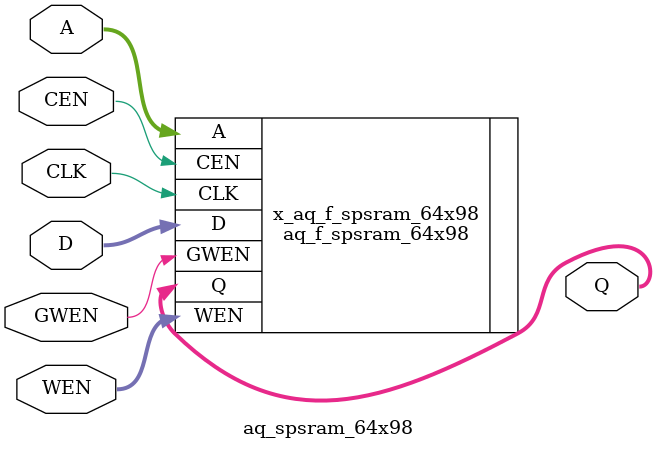
<source format=v>
/*Copyright 2020-2021 T-Head Semiconductor Co., Ltd.

Licensed under the Apache License, Version 2.0 (the "License");
you may not use this file except in compliance with the License.
You may obtain a copy of the License at

    http://www.apache.org/licenses/LICENSE-2.0

Unless required by applicable law or agreed to in writing, software
distributed under the License is distributed on an "AS IS" BASIS,
WITHOUT WARRANTIES OR CONDITIONS OF ANY KIND, either express or implied.
See the License for the specific language governing permissions and
limitations under the License.
*/

// &ModuleBeg; @22
module aq_spsram_64x98(
  A,
  CEN,
  CLK,
  D,
  GWEN,
  Q,
  WEN
);

// &Ports; @23
input   [5 :0]  A;   
input           CEN; 
input           CLK; 
input   [97:0]  D;   
input           GWEN; 
input   [97:0]  WEN; 
output  [97:0]  Q;   

// &Regs; @24

// &Wires; @25
wire    [5 :0]  A;   
wire            CEN; 
wire            CLK; 
wire    [97:0]  D;   
wire            GWEN; 
wire    [97:0]  Q;   
wire    [97:0]  WEN; 


//**********************************************************
//                  Parameter Definition
//**********************************************************
parameter ADDR_WIDTH = 6;
parameter DATA_WIDTH = 98;
parameter WE_WIDTH   = 98;

//********************************************************
//*                        FPGA memory                   *
//********************************************************
aq_f_spsram_64x98  x_aq_f_spsram_64x98 (
  .A    (A   ),
  .CEN  (CEN ),
  .CLK  (CLK ),
  .D    (D   ),
  .GWEN (GWEN),
  .Q    (Q   ),
  .WEN  (WEN )
);

endmodule



</source>
